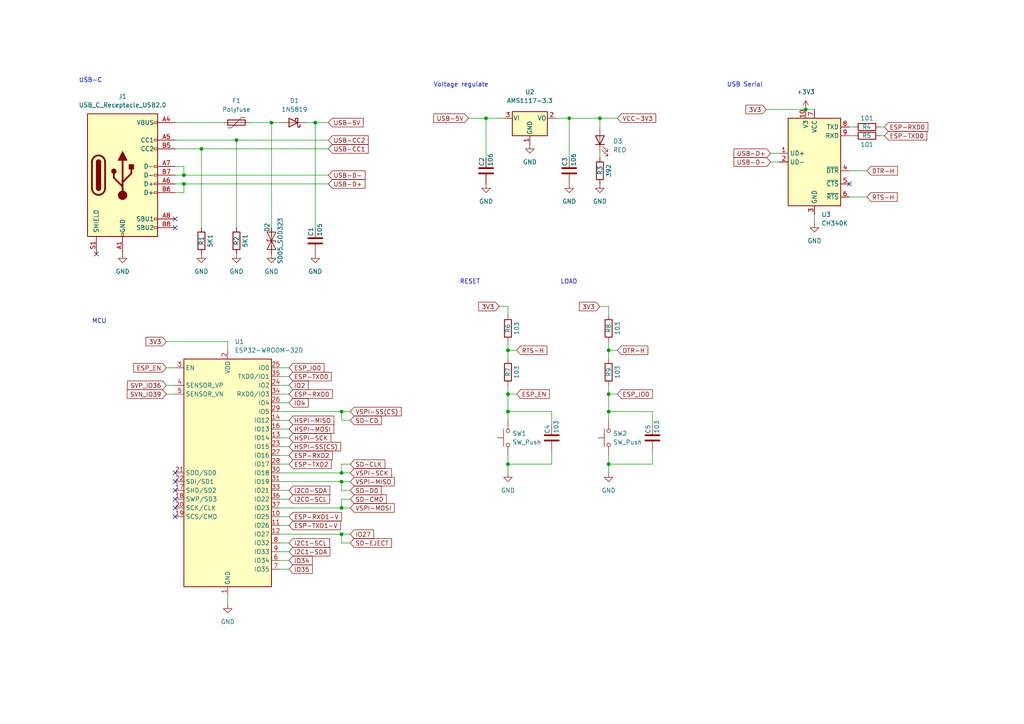
<source format=kicad_sch>
(kicad_sch (version 20211123) (generator eeschema)
  (paper "A4")
  (lib_symbols
    (symbol "Connector:USB_C_Receptacle_USB2.0" (pin_names (offset 1.016))
      (property "Reference" "J" (at -10.16 19.05 0))
      (property "Value" "USB_C_Receptacle_USB2.0" (at 19.05 19.05 0))
      (symbol "USB_C_Receptacle_USB2.0_0_0"
        (rectangle (start -0.254 -17.78) (end 0.254 -16.764))
        (rectangle (start 10.16 -14.986) (end 9.144 -15.494))
        (rectangle (start 10.16 -12.446) (end 9.144 -12.954))
        (rectangle (start 10.16 -4.826) (end 9.144 -5.334))
        (rectangle (start 10.16 -2.286) (end 9.144 -2.794))
        (rectangle (start 10.16 0.254) (end 9.144 -0.254))
        (rectangle (start 10.16 2.794) (end 9.144 2.286))
        (rectangle (start 10.16 7.874) (end 9.144 7.366))
        (rectangle (start 10.16 10.414) (end 9.144 9.906))
        (rectangle (start 10.16 15.494) (end 9.144 14.986))
      )
      (symbol "USB_C_Receptacle_USB2.0_0_1"
        (rectangle (start -10.16 17.78) (end 10.16 -17.78) (stroke (width 0.254)) (fill (type background)))
        (arc (start -8.89 -3.81) (mid -6.985 -5.715) (end -5.08 -3.81) (stroke (width 0.508)))
        (arc (start -7.62 -3.81) (mid -6.985 -4.445) (end -6.35 -3.81) (stroke (width 0.254)))
        (arc (start -7.62 -3.81) (mid -6.985 -4.445) (end -6.35 -3.81) (stroke (width 0.254)) (fill (type outline)))
        (rectangle (start -7.62 -3.81) (end -6.35 3.81) (stroke (width 0.254)) (fill (type outline)))
        (arc (start -6.35 3.81) (mid -6.985 4.445) (end -7.62 3.81) (stroke (width 0.254)))
        (arc (start -6.35 3.81) (mid -6.985 4.445) (end -7.62 3.81) (stroke (width 0.254)) (fill (type outline)))
        (arc (start -5.08 3.81) (mid -6.985 5.715) (end -8.89 3.81) (stroke (width 0.508)))
        (circle (center -2.54 1.143) (radius 0.635) (stroke (width 0.254)) (fill (type outline)))
        (circle (center 0 -5.842) (radius 1.27) (fill (type outline)))
        (polyline (pts (xy -8.89 -3.81) (xy -8.89 3.81)) (stroke (width 0.508)))
        (polyline (pts (xy -5.08 3.81) (xy -5.08 -3.81)) (stroke (width 0.508)))
        (polyline (pts (xy 0 -5.842) (xy 0 4.318)) (stroke (width 0.508)))
        (polyline (pts (xy 0 -3.302) (xy -2.54 -0.762) (xy -2.54 0.508)) (stroke (width 0.508)))
        (polyline (pts (xy 0 -2.032) (xy 2.54 0.508) (xy 2.54 1.778)) (stroke (width 0.508)))
        (polyline (pts (xy -1.27 4.318) (xy 0 6.858) (xy 1.27 4.318) (xy -1.27 4.318)) (stroke (width 0.254)) (fill (type outline)))
        (rectangle (start 1.905 1.778) (end 3.175 3.048) (stroke (width 0.254)) (fill (type outline)))
      )
      (symbol "USB_C_Receptacle_USB2.0_1_1"
        (pin passive line (at 0 -22.86 90) (length 5.08) (name "GND") (number "A1"))
        (pin passive line (at 0 -22.86 90) (length 5.08) hide (name "GND") (number "A12"))
        (pin passive line (at 15.24 15.24 180) (length 5.08) (name "VBUS") (number "A4"))
        (pin bidirectional line (at 15.24 10.16 180) (length 5.08) (name "CC1") (number "A5"))
        (pin bidirectional line (at 15.24 -2.54 180) (length 5.08) (name "D+") (number "A6"))
        (pin bidirectional line (at 15.24 2.54 180) (length 5.08) (name "D-") (number "A7"))
        (pin bidirectional line (at 15.24 -12.7 180) (length 5.08) (name "SBU1") (number "A8"))
        (pin passive line (at 15.24 15.24 180) (length 5.08) hide (name "VBUS") (number "A9"))
        (pin passive line (at 0 -22.86 90) (length 5.08) hide (name "GND") (number "B1"))
        (pin passive line (at 0 -22.86 90) (length 5.08) hide (name "GND") (number "B12"))
        (pin passive line (at 15.24 15.24 180) (length 5.08) hide (name "VBUS") (number "B4"))
        (pin bidirectional line (at 15.24 7.62 180) (length 5.08) (name "CC2") (number "B5"))
        (pin bidirectional line (at 15.24 -5.08 180) (length 5.08) (name "D+") (number "B6"))
        (pin bidirectional line (at 15.24 0 180) (length 5.08) (name "D-") (number "B7"))
        (pin bidirectional line (at 15.24 -15.24 180) (length 5.08) (name "SBU2") (number "B8"))
        (pin passive line (at 15.24 15.24 180) (length 5.08) hide (name "VBUS") (number "B9"))
        (pin passive line (at -7.62 -22.86 90) (length 5.08) (name "SHIELD") (number "S1"))
      )
    )
    (symbol "Device:C" (pin_numbers hide) (pin_names (offset 0.254))
      (property "Reference" "C" (at 0.635 2.54 0))
      (property "Value" "C" (at 0.635 -2.54 0))
      (symbol "C_0_1"
        (polyline (pts (xy -2.032 -0.762) (xy 2.032 -0.762)) (stroke (width 0.508)))
        (polyline (pts (xy -2.032 0.762) (xy 2.032 0.762)) (stroke (width 0.508)))
      )
      (symbol "C_1_1"
        (pin passive line (at 0 3.81 270) (length 2.794) (name "~") (number "1"))
        (pin passive line (at 0 -3.81 90) (length 2.794) (name "~") (number "2"))
      )
    )
    (symbol "Device:LED" (pin_numbers hide) (pin_names (offset 1.016) hide)
      (property "Reference" "D" (at 0 2.54 0))
      (property "Value" "LED" (at 0 -2.54 0))
      (symbol "LED_0_1"
        (polyline (pts (xy -1.27 -1.27) (xy -1.27 1.27)) (stroke (width 0.254)))
        (polyline (pts (xy -1.27 0) (xy 1.27 0)))
        (polyline (pts (xy 1.27 -1.27) (xy 1.27 1.27) (xy -1.27 0) (xy 1.27 -1.27)) (stroke (width 0.254)))
        (polyline (pts (xy -3.048 -0.762) (xy -4.572 -2.286) (xy -3.81 -2.286) (xy -4.572 -2.286) (xy -4.572 -1.524)))
        (polyline (pts (xy -1.778 -0.762) (xy -3.302 -2.286) (xy -2.54 -2.286) (xy -3.302 -2.286) (xy -3.302 -1.524)))
      )
      (symbol "LED_1_1"
        (pin passive line (at -3.81 0 0) (length 2.54) (name "K") (number "1"))
        (pin passive line (at 3.81 0 180) (length 2.54) (name "A") (number "2"))
      )
    )
    (symbol "Device:Polyfuse" (pin_numbers hide) (pin_names (offset 0))
      (property "Reference" "F" (at -2.54 0 90))
      (property "Value" "Polyfuse" (at 2.54 0 90))
      (symbol "Polyfuse_0_1"
        (rectangle (start -0.762 2.54) (end 0.762 -2.54) (stroke (width 0.254)))
        (polyline (pts (xy 0 2.54) (xy 0 -2.54)))
        (polyline (pts (xy -1.524 2.54) (xy -1.524 1.524) (xy 1.524 -1.524) (xy 1.524 -2.54)))
      )
      (symbol "Polyfuse_1_1"
        (pin passive line (at 0 3.81 270) (length 1.27) (name "~") (number "1"))
        (pin passive line (at 0 -3.81 90) (length 1.27) (name "~") (number "2"))
      )
    )
    (symbol "Device:R" (pin_numbers hide) (pin_names (offset 0))
      (property "Reference" "R" (at 2.032 0 90))
      (property "Value" "R" (at 0 0 90))
      (symbol "R_0_1"
        (rectangle (start -1.016 -2.54) (end 1.016 2.54) (stroke (width 0.254)))
      )
      (symbol "R_1_1"
        (pin passive line (at 0 3.81 270) (length 1.27) (name "~") (number "1"))
        (pin passive line (at 0 -3.81 90) (length 1.27) (name "~") (number "2"))
      )
    )
    (symbol "Diode:1N5819" (pin_numbers hide) (pin_names (offset 1.016) hide)
      (property "Reference" "D" (at 0 2.54 0))
      (property "Value" "1N5819" (at 0 -2.54 0))
      (symbol "1N5819_0_1"
        (polyline (pts (xy 1.27 0) (xy -1.27 0)))
        (polyline (pts (xy 1.27 1.27) (xy 1.27 -1.27) (xy -1.27 0) (xy 1.27 1.27)) (stroke (width 0.254)))
        (polyline (pts (xy -1.905 0.635) (xy -1.905 1.27) (xy -1.27 1.27) (xy -1.27 -1.27) (xy -0.635 -1.27) (xy -0.635 -0.635)) (stroke (width 0.254)))
      )
      (symbol "1N5819_1_1"
        (pin passive line (at -3.81 0 0) (length 2.54) (name "K") (number "1"))
        (pin passive line (at 3.81 0 180) (length 2.54) (name "A") (number "2"))
      )
    )
    (symbol "Diode:SD05_SOD323" (pin_numbers hide) (pin_names (offset 1.016) hide)
      (property "Reference" "D" (at 0 2.54 0))
      (property "Value" "SD05_SOD323" (at 0 -2.54 0))
      (symbol "SD05_SOD323_0_1"
        (polyline (pts (xy 1.27 0) (xy -1.27 0)))
        (polyline (pts (xy -2.54 -1.27) (xy 0 0) (xy -2.54 1.27) (xy -2.54 -1.27)) (stroke (width 0.2032)))
        (polyline (pts (xy 0.508 1.27) (xy 0 1.27) (xy 0 -1.27) (xy -0.508 -1.27)) (stroke (width 0.2032)))
        (polyline (pts (xy 2.54 1.27) (xy 2.54 -1.27) (xy 0 0) (xy 2.54 1.27)) (stroke (width 0.2032)))
      )
      (symbol "SD05_SOD323_1_1"
        (pin passive line (at -3.81 0 0) (length 2.54) (name "A1") (number "1"))
        (pin passive line (at 3.81 0 180) (length 2.54) (name "A2") (number "2"))
      )
    )
    (symbol "Interface_USB:CH340K"
      (property "Reference" "U" (at -5.08 13.97 0))
      (property "Value" "CH340K" (at 1.27 13.97 0))
      (symbol "CH340K_0_1"
        (rectangle (start -7.62 12.7) (end 7.62 -12.7) (stroke (width 0.254)) (fill (type background)))
      )
      (symbol "CH340K_1_1"
        (pin bidirectional line (at -10.16 2.54 0) (length 2.54) (name "UD+") (number "1"))
        (pin passive line (at -2.54 15.24 270) (length 2.54) (name "V3") (number "10"))
        (pin bidirectional line (at -10.16 0 0) (length 2.54) (name "UD-") (number "2"))
        (pin power_in line (at 0 -15.24 90) (length 2.54) (name "GND") (number "3"))
        (pin output line (at 10.16 -2.54 180) (length 2.54) (name "~{DTR}") (number "4"))
        (pin input line (at 10.16 -6.35 180) (length 2.54) (name "~{CTS}") (number "5"))
        (pin output line (at 10.16 -10.16 180) (length 2.54) (name "~{RTS}") (number "6"))
        (pin power_in line (at 0 15.24 270) (length 2.54) (name "VCC") (number "7"))
        (pin output line (at 10.16 10.16 180) (length 2.54) (name "TXD") (number "8"))
        (pin input line (at 10.16 7.62 180) (length 2.54) (name "RXD") (number "9"))
      )
    )
    (symbol "RF_Module:ESP32-WROOM-32D"
      (property "Reference" "U" (at -12.7 34.29 0))
      (property "Value" "ESP32-WROOM-32D" (at 1.27 34.29 0))
      (symbol "ESP32-WROOM-32D_0_1"
        (rectangle (start -12.7 33.02) (end 12.7 -33.02) (stroke (width 0.254)) (fill (type background)))
      )
      (symbol "ESP32-WROOM-32D_1_1"
        (pin power_in line (at 0 -35.56 90) (length 2.54) (name "GND") (number "1"))
        (pin bidirectional line (at 15.24 -12.7 180) (length 2.54) (name "IO25") (number "10"))
        (pin bidirectional line (at 15.24 -15.24 180) (length 2.54) (name "IO26") (number "11"))
        (pin bidirectional line (at 15.24 -17.78 180) (length 2.54) (name "IO27") (number "12"))
        (pin bidirectional line (at 15.24 10.16 180) (length 2.54) (name "IO14") (number "13"))
        (pin bidirectional line (at 15.24 15.24 180) (length 2.54) (name "IO12") (number "14"))
        (pin passive line (at 0 -35.56 90) (length 2.54) hide (name "GND") (number "15"))
        (pin bidirectional line (at 15.24 12.7 180) (length 2.54) (name "IO13") (number "16"))
        (pin bidirectional line (at -15.24 -5.08 0) (length 2.54) (name "SHD/SD2") (number "17"))
        (pin bidirectional line (at -15.24 -7.62 0) (length 2.54) (name "SWP/SD3") (number "18"))
        (pin bidirectional line (at -15.24 -12.7 0) (length 2.54) (name "SCS/CMD") (number "19"))
        (pin power_in line (at 0 35.56 270) (length 2.54) (name "VDD") (number "2"))
        (pin bidirectional line (at -15.24 -10.16 0) (length 2.54) (name "SCK/CLK") (number "20"))
        (pin bidirectional line (at -15.24 0 0) (length 2.54) (name "SDO/SD0") (number "21"))
        (pin bidirectional line (at -15.24 -2.54 0) (length 2.54) (name "SDI/SD1") (number "22"))
        (pin bidirectional line (at 15.24 7.62 180) (length 2.54) (name "IO15") (number "23"))
        (pin bidirectional line (at 15.24 25.4 180) (length 2.54) (name "IO2") (number "24"))
        (pin bidirectional line (at 15.24 30.48 180) (length 2.54) (name "IO0") (number "25"))
        (pin bidirectional line (at 15.24 20.32 180) (length 2.54) (name "IO4") (number "26"))
        (pin bidirectional line (at 15.24 5.08 180) (length 2.54) (name "IO16") (number "27"))
        (pin bidirectional line (at 15.24 2.54 180) (length 2.54) (name "IO17") (number "28"))
        (pin bidirectional line (at 15.24 17.78 180) (length 2.54) (name "IO5") (number "29"))
        (pin input line (at -15.24 30.48 0) (length 2.54) (name "EN") (number "3"))
        (pin bidirectional line (at 15.24 0 180) (length 2.54) (name "IO18") (number "30"))
        (pin bidirectional line (at 15.24 -2.54 180) (length 2.54) (name "IO19") (number "31"))
        (pin no_connect line (at -12.7 -27.94 0) (length 2.54) hide (name "NC") (number "32"))
        (pin bidirectional line (at 15.24 -5.08 180) (length 2.54) (name "IO21") (number "33"))
        (pin bidirectional line (at 15.24 22.86 180) (length 2.54) (name "RXD0/IO3") (number "34"))
        (pin bidirectional line (at 15.24 27.94 180) (length 2.54) (name "TXD0/IO1") (number "35"))
        (pin bidirectional line (at 15.24 -7.62 180) (length 2.54) (name "IO22") (number "36"))
        (pin bidirectional line (at 15.24 -10.16 180) (length 2.54) (name "IO23") (number "37"))
        (pin passive line (at 0 -35.56 90) (length 2.54) hide (name "GND") (number "38"))
        (pin passive line (at 0 -35.56 90) (length 2.54) hide (name "GND") (number "39"))
        (pin input line (at -15.24 25.4 0) (length 2.54) (name "SENSOR_VP") (number "4"))
        (pin input line (at -15.24 22.86 0) (length 2.54) (name "SENSOR_VN") (number "5"))
        (pin input line (at 15.24 -25.4 180) (length 2.54) (name "IO34") (number "6"))
        (pin input line (at 15.24 -27.94 180) (length 2.54) (name "IO35") (number "7"))
        (pin bidirectional line (at 15.24 -20.32 180) (length 2.54) (name "IO32") (number "8"))
        (pin bidirectional line (at 15.24 -22.86 180) (length 2.54) (name "IO33") (number "9"))
      )
    )
    (symbol "Regulator_Linear:AMS1117-3.3" (pin_names (offset 0.254))
      (property "Reference" "U" (at -3.81 3.175 0))
      (property "Value" "AMS1117-3.3" (at 0 3.175 0))
      (symbol "AMS1117-3.3_0_1"
        (rectangle (start -5.08 -5.08) (end 5.08 1.905) (stroke (width 0.254)) (fill (type background)))
      )
      (symbol "AMS1117-3.3_1_1"
        (pin power_in line (at 0 -7.62 90) (length 2.54) (name "GND") (number "1"))
        (pin power_out line (at 7.62 0 180) (length 2.54) (name "VO") (number "2"))
        (pin power_in line (at -7.62 0 0) (length 2.54) (name "VI") (number "3"))
      )
    )
    (symbol "Switch:SW_Push" (pin_numbers hide) (pin_names (offset 1.016) hide)
      (property "Reference" "SW" (at 1.27 2.54 0))
      (property "Value" "SW_Push" (at 0 -1.524 0))
      (symbol "SW_Push_0_1"
        (circle (center -2.032 0) (radius 0.508))
        (polyline (pts (xy 0 1.27) (xy 0 3.048)))
        (polyline (pts (xy 2.54 1.27) (xy -2.54 1.27)))
        (circle (center 2.032 0) (radius 0.508))
        (pin passive line (at -5.08 0 0) (length 2.54) (name "1") (number "1"))
        (pin passive line (at 5.08 0 180) (length 2.54) (name "2") (number "2"))
      )
    )
    (symbol "power:+3.3V" (power) (pin_names (offset 0))
      (property "Value" "+3.3V" (at 0 3.556 0))
      (symbol "+3.3V_0_1"
        (polyline (pts (xy -0.762 1.27) (xy 0 2.54)))
        (polyline (pts (xy 0 0) (xy 0 2.54)))
        (polyline (pts (xy 0 2.54) (xy 0.762 1.27)))
      )
      (symbol "+3.3V_1_1"
        (pin power_in line (at 0 0 90) (length 0) hide (name "+3V3") (number "1"))
      )
    )
    (symbol "power:GND" (power) (pin_names (offset 0))
      (property "Value" "GND" (at 0 -3.81 0))
      (symbol "GND_0_1"
        (polyline (pts (xy 0 0) (xy 0 -1.27) (xy 1.27 -1.27) (xy 0 -2.54) (xy -1.27 -1.27) (xy 0 -1.27)))
      )
      (symbol "GND_1_1"
        (pin power_in line (at 0 0 270) (length 0) hide (name "GND") (number "1"))
      )
    )
  )
  (junction (at 58.42 43.18))
  (junction (at 99.06 137.16))
  (junction (at 176.53 119.38))
  (junction (at 99.06 139.7))
  (junction (at 78.74 35.56))
  (junction (at 147.32 134.62))
  (junction (at 99.06 147.32))
  (junction (at 140.97 34.29))
  (junction (at 99.06 154.94))
  (junction (at 53.34 53.34))
  (junction (at 91.44 35.56))
  (junction (at 176.53 101.6))
  (junction (at 233.68 31.75))
  (junction (at 99.06 119.38))
  (junction (at 173.99 34.29))
  (junction (at 176.53 114.3))
  (junction (at 147.32 114.3))
  (junction (at 176.53 134.62))
  (junction (at 147.32 101.6))
  (junction (at 165.1 34.29))
  (junction (at 68.58 40.64))
  (junction (at 53.34 50.8))
  (junction (at 147.32 119.38))
  (no_connect (at 27.94 73.66))
  (no_connect (at 50.8 137.16))
  (no_connect (at 246.38 53.34))
  (no_connect (at 50.8 63.5))
  (no_connect (at 50.8 66.04))
  (no_connect (at 50.8 144.78))
  (no_connect (at 50.8 142.24))
  (no_connect (at 50.8 149.86))
  (no_connect (at 50.8 139.7))
  (no_connect (at 50.8 147.32))
  (wire (pts (xy 165.1 34.29) (xy 173.99 34.29)))
  (wire (pts (xy 53.34 50.8) (xy 95.25 50.8)))
  (wire (pts (xy 81.28 129.54) (xy 83.82 129.54)))
  (wire (pts (xy 81.28 109.22) (xy 83.82 109.22)))
  (wire (pts (xy 81.28 149.86) (xy 83.82 149.86)))
  (wire (pts (xy 72.39 35.56) (xy 78.74 35.56)))
  (wire (pts (xy 176.53 88.9) (xy 176.53 91.44)))
  (wire (pts (xy 91.44 35.56) (xy 95.25 35.56)))
  (wire (pts (xy 81.28 144.78) (xy 83.82 144.78)))
  (wire (pts (xy 81.28 147.32) (xy 99.06 147.32)))
  (wire (pts (xy 147.32 101.6) (xy 149.86 101.6)))
  (wire (pts (xy 176.53 134.62) (xy 176.53 137.16)))
  (wire (pts (xy 165.1 34.29) (xy 165.1 45.72)))
  (wire (pts (xy 173.99 34.29) (xy 179.07 34.29)))
  (wire (pts (xy 99.06 121.92) (xy 99.06 119.38)))
  (wire (pts (xy 50.8 35.56) (xy 64.77 35.56)))
  (wire (pts (xy 189.23 123.19) (xy 189.23 119.38)))
  (wire (pts (xy 78.74 35.56) (xy 78.74 66.04)))
  (wire (pts (xy 99.06 142.24) (xy 99.06 139.7)))
  (wire (pts (xy 147.32 119.38) (xy 147.32 121.92)))
  (wire (pts (xy 101.6 121.92) (xy 99.06 121.92)))
  (wire (pts (xy 101.6 144.78) (xy 99.06 144.78)))
  (wire (pts (xy 58.42 43.18) (xy 58.42 66.04)))
  (wire (pts (xy 173.99 44.45) (xy 173.99 45.72)))
  (wire (pts (xy 68.58 40.64) (xy 95.25 40.64)))
  (wire (pts (xy 48.26 114.3) (xy 50.8 114.3)))
  (wire (pts (xy 81.28 142.24) (xy 83.82 142.24)))
  (wire (pts (xy 173.99 34.29) (xy 173.99 36.83)))
  (wire (pts (xy 99.06 147.32) (xy 101.6 147.32)))
  (wire (pts (xy 246.38 49.53) (xy 251.46 49.53)))
  (wire (pts (xy 176.53 101.6) (xy 176.53 104.14)))
  (wire (pts (xy 81.28 139.7) (xy 99.06 139.7)))
  (wire (pts (xy 50.8 43.18) (xy 58.42 43.18)))
  (wire (pts (xy 246.38 57.15) (xy 251.46 57.15)))
  (wire (pts (xy 160.02 123.19) (xy 160.02 119.38)))
  (wire (pts (xy 53.34 48.26) (xy 53.34 50.8)))
  (wire (pts (xy 147.32 101.6) (xy 147.32 104.14)))
  (wire (pts (xy 81.28 132.08) (xy 83.82 132.08)))
  (wire (pts (xy 81.28 154.94) (xy 99.06 154.94)))
  (wire (pts (xy 135.89 34.29) (xy 140.97 34.29)))
  (wire (pts (xy 176.53 101.6) (xy 179.07 101.6)))
  (wire (pts (xy 176.53 119.38) (xy 176.53 121.92)))
  (wire (pts (xy 81.28 124.46) (xy 83.82 124.46)))
  (wire (pts (xy 81.28 157.48) (xy 83.82 157.48)))
  (wire (pts (xy 81.28 119.38) (xy 99.06 119.38)))
  (wire (pts (xy 176.53 114.3) (xy 179.07 114.3)))
  (wire (pts (xy 68.58 40.64) (xy 68.58 66.04)))
  (wire (pts (xy 147.32 132.08) (xy 147.32 134.62)))
  (wire (pts (xy 147.32 114.3) (xy 149.86 114.3)))
  (wire (pts (xy 236.22 62.23) (xy 236.22 64.77)))
  (wire (pts (xy 223.52 46.99) (xy 226.06 46.99)))
  (wire (pts (xy 101.6 142.24) (xy 99.06 142.24)))
  (wire (pts (xy 53.34 50.8) (xy 50.8 50.8)))
  (wire (pts (xy 81.28 160.02) (xy 83.82 160.02)))
  (wire (pts (xy 99.06 139.7) (xy 101.6 139.7)))
  (wire (pts (xy 147.32 114.3) (xy 147.32 119.38)))
  (wire (pts (xy 147.32 111.76) (xy 147.32 114.3)))
  (wire (pts (xy 48.26 106.68) (xy 50.8 106.68)))
  (wire (pts (xy 99.06 134.62) (xy 99.06 137.16)))
  (wire (pts (xy 101.6 134.62) (xy 99.06 134.62)))
  (wire (pts (xy 147.32 88.9) (xy 147.32 91.44)))
  (wire (pts (xy 53.34 53.34) (xy 95.25 53.34)))
  (wire (pts (xy 50.8 48.26) (xy 53.34 48.26)))
  (wire (pts (xy 48.26 111.76) (xy 50.8 111.76)))
  (wire (pts (xy 53.34 55.88) (xy 50.8 55.88)))
  (wire (pts (xy 176.53 132.08) (xy 176.53 134.62)))
  (wire (pts (xy 147.32 134.62) (xy 147.32 137.16)))
  (wire (pts (xy 176.53 111.76) (xy 176.53 114.3)))
  (wire (pts (xy 50.8 40.64) (xy 68.58 40.64)))
  (wire (pts (xy 160.02 119.38) (xy 147.32 119.38)))
  (wire (pts (xy 255.27 36.83) (xy 256.54 36.83)))
  (wire (pts (xy 161.29 34.29) (xy 165.1 34.29)))
  (wire (pts (xy 53.34 53.34) (xy 53.34 55.88)))
  (wire (pts (xy 223.52 44.45) (xy 226.06 44.45)))
  (wire (pts (xy 88.9 35.56) (xy 91.44 35.56)))
  (wire (pts (xy 50.8 53.34) (xy 53.34 53.34)))
  (wire (pts (xy 81.28 116.84) (xy 83.82 116.84)))
  (wire (pts (xy 81.28 106.68) (xy 83.82 106.68)))
  (wire (pts (xy 66.04 99.06) (xy 66.04 101.6)))
  (wire (pts (xy 99.06 144.78) (xy 99.06 147.32)))
  (wire (pts (xy 144.78 88.9) (xy 147.32 88.9)))
  (wire (pts (xy 99.06 119.38) (xy 101.6 119.38)))
  (wire (pts (xy 81.28 137.16) (xy 99.06 137.16)))
  (wire (pts (xy 78.74 35.56) (xy 81.28 35.56)))
  (wire (pts (xy 48.26 99.06) (xy 66.04 99.06)))
  (wire (pts (xy 91.44 35.56) (xy 91.44 66.04)))
  (wire (pts (xy 99.06 137.16) (xy 101.6 137.16)))
  (wire (pts (xy 140.97 34.29) (xy 140.97 45.72)))
  (wire (pts (xy 160.02 130.81) (xy 160.02 134.62)))
  (wire (pts (xy 222.25 31.75) (xy 233.68 31.75)))
  (wire (pts (xy 147.32 99.06) (xy 147.32 101.6)))
  (wire (pts (xy 81.28 165.1) (xy 83.82 165.1)))
  (wire (pts (xy 255.27 39.37) (xy 256.54 39.37)))
  (wire (pts (xy 176.53 114.3) (xy 176.53 119.38)))
  (wire (pts (xy 173.99 88.9) (xy 176.53 88.9)))
  (wire (pts (xy 81.28 111.76) (xy 83.82 111.76)))
  (wire (pts (xy 81.28 114.3) (xy 83.82 114.3)))
  (wire (pts (xy 81.28 134.62) (xy 83.82 134.62)))
  (wire (pts (xy 233.68 31.75) (xy 236.22 31.75)))
  (wire (pts (xy 81.28 127) (xy 83.82 127)))
  (wire (pts (xy 99.06 157.48) (xy 99.06 154.94)))
  (wire (pts (xy 58.42 43.18) (xy 95.25 43.18)))
  (wire (pts (xy 246.38 36.83) (xy 247.65 36.83)))
  (wire (pts (xy 160.02 134.62) (xy 147.32 134.62)))
  (wire (pts (xy 99.06 154.94) (xy 101.6 154.94)))
  (wire (pts (xy 176.53 99.06) (xy 176.53 101.6)))
  (wire (pts (xy 140.97 34.29) (xy 146.05 34.29)))
  (wire (pts (xy 189.23 119.38) (xy 176.53 119.38)))
  (wire (pts (xy 81.28 152.4) (xy 83.82 152.4)))
  (wire (pts (xy 246.38 39.37) (xy 247.65 39.37)))
  (wire (pts (xy 81.28 162.56) (xy 83.82 162.56)))
  (wire (pts (xy 81.28 121.92) (xy 83.82 121.92)))
  (wire (pts (xy 101.6 157.48) (xy 99.06 157.48)))
  (wire (pts (xy 189.23 134.62) (xy 176.53 134.62)))
  (wire (pts (xy 66.04 172.72) (xy 66.04 175.26)))
  (wire (pts (xy 189.23 130.81) (xy 189.23 134.62)))
  (text "USB-C" (at 22.86 24.13 0) (effects (font (size 1.27 1.27)) (justify left bottom)))
  (text "MCU" (at 26.67 93.98 0) (effects (font (size 1.27 1.27)) (justify left bottom)))
  (text "LOAD" (at 162.56 82.55 0) (effects (font (size 1.27 1.27)) (justify left bottom)))
  (text "Voltage regulate" (at 125.73 25.4 0) (effects (font (size 1.27 1.27)) (justify left bottom)))
  (text "USB Serial" (at 210.82 25.4 0) (effects (font (size 1.27 1.27)) (justify left bottom)))
  (text "RESET" (at 133.35 82.55 0) (effects (font (size 1.27 1.27)) (justify left bottom)))
  (global_label "SD-D0" (shape input) (at 101.6 142.24 0) (property "シート間のリファレンス" "${INTERSHEET_REFS}" (effects hide)))
  (global_label "VSPI-SS(CS)" (shape input) (at 101.6 119.38 0) (property "シート間のリファレンス" "${INTERSHEET_REFS}" (effects hide)))
  (global_label "3V3" (shape input) (at 48.26 99.06 180) (property "シート間のリファレンス" "${INTERSHEET_REFS}" (effects hide)))
  (global_label "SD-CLK" (shape input) (at 101.6 134.62 0) (property "シート間のリファレンス" "${INTERSHEET_REFS}" (effects hide)))
  (global_label "RTS-H" (shape input) (at 149.86 101.6 0) (property "シート間のリファレンス" "${INTERSHEET_REFS}" (effects hide)))
  (global_label "HSPI-SCK" (shape input) (at 83.82 127 0) (property "シート間のリファレンス" "${INTERSHEET_REFS}" (effects hide)))
  (global_label "ESP-TXD2" (shape input) (at 83.82 134.62 0) (property "シート間のリファレンス" "${INTERSHEET_REFS}" (effects hide)))
  (global_label "VSPI-MISO" (shape input) (at 101.6 139.7 0) (property "シート間のリファレンス" "${INTERSHEET_REFS}" (effects hide)))
  (global_label "ESP_IO0" (shape input) (at 179.07 114.3 0) (property "シート間のリファレンス" "${INTERSHEET_REFS}" (effects hide)))
  (global_label "IO2" (shape input) (at 83.82 111.76 0) (property "シート間のリファレンス" "${INTERSHEET_REFS}" (effects hide)))
  (global_label "ESP-TXD0" (shape input) (at 83.82 109.22 0) (property "シート間のリファレンス" "${INTERSHEET_REFS}" (effects hide)))
  (global_label "USB-CC2" (shape input) (at 95.25 40.64 0) (property "シート間のリファレンス" "${INTERSHEET_REFS}" (effects hide)))
  (global_label "USB-D+" (shape input) (at 223.52 44.45 180) (property "シート間のリファレンス" "${INTERSHEET_REFS}" (effects hide)))
  (global_label "ESP-RXD0" (shape input) (at 256.54 36.83 0) (property "シート間のリファレンス" "${INTERSHEET_REFS}" (effects hide)))
  (global_label "VSPI-SCK" (shape input) (at 101.6 137.16 0) (property "シート間のリファレンス" "${INTERSHEET_REFS}" (effects hide)))
  (global_label "ESP-TXD0" (shape input) (at 256.54 39.37 0) (property "シート間のリファレンス" "${INTERSHEET_REFS}" (effects hide)))
  (global_label "USB-D-" (shape input) (at 95.25 50.8 0) (property "シート間のリファレンス" "${INTERSHEET_REFS}" (effects hide)))
  (global_label "DTR-H" (shape input) (at 179.07 101.6 0) (property "シート間のリファレンス" "${INTERSHEET_REFS}" (effects hide)))
  (global_label "IO4" (shape input) (at 83.82 116.84 0) (property "シート間のリファレンス" "${INTERSHEET_REFS}" (effects hide)))
  (global_label "SD-CD" (shape input) (at 101.6 121.92 0) (property "シート間のリファレンス" "${INTERSHEET_REFS}" (effects hide)))
  (global_label "USB-5V" (shape input) (at 95.25 35.56 0) (property "シート間のリファレンス" "${INTERSHEET_REFS}" (effects hide)))
  (global_label "HSPI-MOSI" (shape input) (at 83.82 124.46 0) (property "シート間のリファレンス" "${INTERSHEET_REFS}" (effects hide)))
  (global_label "SD-EJECT" (shape input) (at 101.6 157.48 0) (property "シート間のリファレンス" "${INTERSHEET_REFS}" (effects hide)))
  (global_label "ESP-TXD1-V" (shape input) (at 83.82 152.4 0) (property "シート間のリファレンス" "${INTERSHEET_REFS}" (effects hide)))
  (global_label "ESP-RXD1-V" (shape input) (at 83.82 149.86 0) (property "シート間のリファレンス" "${INTERSHEET_REFS}" (effects hide)))
  (global_label "SVN_IO39" (shape input) (at 48.26 114.3 180) (property "シート間のリファレンス" "${INTERSHEET_REFS}" (effects hide)))
  (global_label "VCC-3V3" (shape input) (at 179.07 34.29 0) (property "シート間のリファレンス" "${INTERSHEET_REFS}" (effects hide)))
  (global_label "IO27" (shape input) (at 101.6 154.94 0) (property "シート間のリファレンス" "${INTERSHEET_REFS}" (effects hide)))
  (global_label "USB-5V" (shape input) (at 135.89 34.29 180) (property "シート間のリファレンス" "${INTERSHEET_REFS}" (effects hide)))
  (global_label "I2C0-SCL" (shape input) (at 83.82 144.78 0) (property "シート間のリファレンス" "${INTERSHEET_REFS}" (effects hide)))
  (global_label "ESP_IO0" (shape input) (at 83.82 106.68 0) (property "シート間のリファレンス" "${INTERSHEET_REFS}" (effects hide)))
  (global_label "ESP_EN" (shape input) (at 149.86 114.3 0) (property "シート間のリファレンス" "${INTERSHEET_REFS}" (effects hide)))
  (global_label "USB-D-" (shape input) (at 223.52 46.99 180) (property "シート間のリファレンス" "${INTERSHEET_REFS}" (effects hide)))
  (global_label "I2C1-SDA" (shape input) (at 83.82 160.02 0) (property "シート間のリファレンス" "${INTERSHEET_REFS}" (effects hide)))
  (global_label "IO35" (shape input) (at 83.82 165.1 0) (property "シート間のリファレンス" "${INTERSHEET_REFS}" (effects hide)))
  (global_label "HSPI-SS(CS)" (shape input) (at 83.82 129.54 0) (property "シート間のリファレンス" "${INTERSHEET_REFS}" (effects hide)))
  (global_label "VSPI-MOSI" (shape input) (at 101.6 147.32 0) (property "シート間のリファレンス" "${INTERSHEET_REFS}" (effects hide)))
  (global_label "SVP_IO36" (shape input) (at 48.26 111.76 180) (property "シート間のリファレンス" "${INTERSHEET_REFS}" (effects hide)))
  (global_label "IO34" (shape input) (at 83.82 162.56 0) (property "シート間のリファレンス" "${INTERSHEET_REFS}" (effects hide)))
  (global_label "3V3" (shape input) (at 222.25 31.75 180) (property "シート間のリファレンス" "${INTERSHEET_REFS}" (effects hide)))
  (global_label "ESP_EN" (shape input) (at 48.26 106.68 180) (property "シート間のリファレンス" "${INTERSHEET_REFS}" (effects hide)))
  (global_label "I2C1-SCL" (shape input) (at 83.82 157.48 0) (property "シート間のリファレンス" "${INTERSHEET_REFS}" (effects hide)))
  (global_label "ESP-RXD0" (shape input) (at 83.82 114.3 0) (property "シート間のリファレンス" "${INTERSHEET_REFS}" (effects hide)))
  (global_label "DTR-H" (shape input) (at 251.46 49.53 0) (property "シート間のリファレンス" "${INTERSHEET_REFS}" (effects hide)))
  (global_label "3V3" (shape input) (at 144.78 88.9 180) (property "シート間のリファレンス" "${INTERSHEET_REFS}" (effects hide)))
  (global_label "I2C0-SDA" (shape input) (at 83.82 142.24 0) (property "シート間のリファレンス" "${INTERSHEET_REFS}" (effects hide)))
  (global_label "HSPI-MISO" (shape input) (at 83.82 121.92 0) (property "シート間のリファレンス" "${INTERSHEET_REFS}" (effects hide)))
  (global_label "USB-D+" (shape input) (at 95.25 53.34 0) (property "シート間のリファレンス" "${INTERSHEET_REFS}" (effects hide)))
  (global_label "ESP-RXD2" (shape input) (at 83.82 132.08 0) (property "シート間のリファレンス" "${INTERSHEET_REFS}" (effects hide)))
  (global_label "RTS-H" (shape input) (at 251.46 57.15 0) (property "シート間のリファレンス" "${INTERSHEET_REFS}" (effects hide)))
  (global_label "USB-CC1" (shape input) (at 95.25 43.18 0) (property "シート間のリファレンス" "${INTERSHEET_REFS}" (effects hide)))
  (global_label "3V3" (shape input) (at 173.99 88.9 180) (property "シート間のリファレンス" "${INTERSHEET_REFS}" (effects hide)))
  (global_label "SD-CMD" (shape input) (at 101.6 144.78 0) (property "シート間のリファレンス" "${INTERSHEET_REFS}" (effects hide)))
  (symbol (lib_id "power:GND") (at 68.58 73.66 0) (unit 1)
    (property "Reference" "#PWR03" (effects hide))
    (property "Value" "GND" (at 68.58 78.74 0))
  )
  (symbol (lib_id "Diode:1N5819") (at 85.09 35.56 180) (unit 1)
    (property "Reference" "D1" (at 85.4075 29.21 0))
    (property "Value" "1N5819" (at 85.4075 31.75 0))
    (property "Footprint" "Diode_SMD:D_0603_1608Metric_Pad1.05x0.95mm_HandSolder" (effects hide))
    (property "Datasheet" "http://www.vishay.com/docs/88525/1n5817.pdf" (effects hide))
  )
  (symbol (lib_id "power:GND") (at 176.53 137.16 0) (unit 1)
    (property "Reference" "#PWR012" (effects hide))
    (property "Value" "GND" (at 176.53 142.24 0))
  )
  (symbol (lib_id "power:+3.3V") (at 233.68 31.75 0) (unit 1)
    (property "Reference" "#PWR023" (effects hide))
    (property "Value" "+3.3V" (at 233.68 26.67 0))
  )
  (symbol (lib_id "power:GND") (at 91.44 73.66 0) (unit 1)
    (property "Reference" "#PWR05" (effects hide))
    (property "Value" "GND" (at 91.44 78.74 0))
  )
  (symbol (lib_id "Device:R") (at 68.58 69.85 0) (unit 1)
    (property "Reference" "R2" (at 68.58 69.85 90))
    (property "Value" "5K1" (at 71.12 69.85 90))
    (property "Footprint" "Resistor_SMD:R_0603_1608Metric_Pad0.98x0.95mm_HandSolder" (effects hide))
  )
  (symbol (lib_id "power:GND") (at 153.67 41.91 0) (unit 1)
    (property "Reference" "#PWR06" (effects hide))
    (property "Value" "GND" (at 153.67 46.99 0))
  )
  (symbol (lib_id "Device:C") (at 165.1 49.53 0) (unit 1)
    (property "Reference" "C3" (at 163.83 48.26 90) (effects (justify left)))
    (property "Value" "106" (at 166.37 48.26 90) (effects (justify left)))
    (property "Footprint" "Capacitor_SMD:C_0805_2012Metric_Pad1.18x1.45mm_HandSolder" (effects hide))
  )
  (symbol (lib_id "Device:R") (at 173.99 49.53 0) (unit 1)
    (property "Reference" "R3" (at 173.99 50.8 90) (effects (justify left)))
    (property "Value" "392" (at 176.53 49.53 90))
    (property "Footprint" "Resistor_SMD:R_0603_1608Metric_Pad0.98x0.95mm_HandSolder" (effects hide))
  )
  (symbol (lib_id "Device:R") (at 251.46 36.83 90) (unit 1)
    (property "Reference" "R4" (at 252.73 36.83 90) (effects (justify left)))
    (property "Value" "101" (at 251.46 34.29 90))
    (property "Footprint" "Resistor_SMD:R_0603_1608Metric_Pad0.98x0.95mm_HandSolder" (effects hide))
  )
  (symbol (lib_id "power:GND") (at 66.04 175.26 0) (unit 1)
    (property "Reference" "#PWR013" (effects hide))
    (property "Value" "GND" (at 66.04 180.34 0))
  )
  (symbol (lib_id "Device:R") (at 147.32 95.25 0) (unit 1)
    (property "Reference" "R6" (at 147.32 95.25 90))
    (property "Value" "103" (at 149.86 95.25 90))
    (property "Footprint" "Resistor_SMD:R_0603_1608Metric_Pad0.98x0.95mm_HandSolder" (effects hide))
  )
  (symbol (lib_id "Device:C") (at 91.44 69.85 0) (unit 1)
    (property "Reference" "C1" (at 90.17 68.58 90) (effects (justify left)))
    (property "Value" "105" (at 92.71 68.58 90) (effects (justify left)))
    (property "Footprint" "Capacitor_SMD:C_0603_1608Metric_Pad1.08x0.95mm_HandSolder" (effects hide))
  )
  (symbol (lib_id "Device:R") (at 147.32 107.95 0) (unit 1)
    (property "Reference" "R7" (at 147.32 107.95 90))
    (property "Value" "103" (at 149.86 107.95 90))
    (property "Footprint" "Resistor_SMD:R_0603_1608Metric_Pad0.98x0.95mm_HandSolder" (effects hide))
  )
  (symbol (lib_id "power:GND") (at 35.56 73.66 0) (unit 1)
    (property "Reference" "#PWR01" (effects hide))
    (property "Value" "GND" (at 35.56 78.74 0))
  )
  (symbol (lib_id "Device:LED") (at 173.99 40.64 90) (unit 1)
    (property "Reference" "D3" (at 177.8 40.9574 90) (effects (justify right)))
    (property "Value" "RED" (at 177.8 43.4974 90) (effects (justify right)))
    (property "Footprint" "LED_SMD:LED_0603_1608Metric_Pad1.05x0.95mm_HandSolder" (effects hide))
  )
  (symbol (lib_id "Switch:SW_Push") (at 147.32 127 90) (unit 1)
    (property "Reference" "SW1" (at 148.59 125.7299 90) (effects (justify right)))
    (property "Value" "SW_Push" (at 148.59 128.2699 90) (effects (justify right)))
    (property "Footprint" "Button_Switch_SMD:SW_SPST_CK_RS282G05A3" (effects hide))
  )
  (symbol (lib_id "power:GND") (at 165.1 53.34 0) (unit 1)
    (property "Reference" "#PWR08" (effects hide))
    (property "Value" "GND" (at 165.1 58.42 0))
  )
  (symbol (lib_id "power:GND") (at 58.42 73.66 0) (unit 1)
    (property "Reference" "#PWR02" (effects hide))
    (property "Value" "GND" (at 58.42 78.74 0))
  )
  (symbol (lib_id "Connector:USB_C_Receptacle_USB2.0") (at 35.56 50.8 0) (unit 1)
    (property "Reference" "J1" (at 35.56 27.94 0))
    (property "Value" "USB_C_Receptacle_USB2.0" (at 35.56 30.48 0))
    (property "Footprint" "Connector_USB:USB_C_Receptacle_Palconn_UTC16-G" (effects hide))
    (property "Datasheet" "https://www.usb.org/sites/default/files/documents/usb_type-c.zip" (effects hide))
  )
  (symbol (lib_id "Interface_USB:CH340K") (at 236.22 46.99 0) (unit 1)
    (property "Reference" "U3" (at 238.2394 62.23 0) (effects (justify left)))
    (property "Value" "CH340K" (at 238.2394 64.77 0) (effects (justify left)))
    (property "Footprint" "Package_SO:SSOP-10_3.9x4.9mm_P1.00mm" (effects hide))
    (property "Datasheet" "https://www.mpja.com/download/35227cpdata.pdf" (effects hide))
  )
  (symbol (lib_id "power:GND") (at 78.74 73.66 0) (unit 1)
    (property "Reference" "#PWR04" (effects hide))
    (property "Value" "GND" (at 78.74 78.74 0))
  )
  (symbol (lib_id "Regulator_Linear:AMS1117-3.3") (at 153.67 34.29 0) (unit 1)
    (property "Reference" "U2" (at 153.67 26.67 0))
    (property "Value" "AMS1117-3.3" (at 153.67 29.21 0))
    (property "Footprint" "Package_TO_SOT_SMD:SOT-223-3_TabPin2" (effects hide))
    (property "Datasheet" "http://www.advanced-monolithic.com/pdf/ds1117.pdf" (effects hide))
  )
  (symbol (lib_id "Device:R") (at 58.42 69.85 0) (unit 1)
    (property "Reference" "R1" (at 58.42 69.85 90))
    (property "Value" "5K1" (at 60.96 69.85 90))
    (property "Footprint" "Resistor_SMD:R_0603_1608Metric_Pad0.98x0.95mm_HandSolder" (effects hide))
  )
  (symbol (lib_id "power:GND") (at 140.97 53.34 0) (unit 1)
    (property "Reference" "#PWR07" (effects hide))
    (property "Value" "GND" (at 140.97 58.42 0))
  )
  (symbol (lib_id "Device:C") (at 160.02 127 0) (unit 1)
    (property "Reference" "C4" (at 158.75 124.46 90))
    (property "Value" "103" (at 161.29 125.73 90) (effects (justify left)))
    (property "Footprint" "Capacitor_SMD:C_0603_1608Metric_Pad1.08x0.95mm_HandSolder" (effects hide))
  )
  (symbol (lib_id "RF_Module:ESP32-WROOM-32D") (at 66.04 137.16 0) (unit 1)
    (property "Reference" "U1" (at 68.0594 99.06 0) (effects (justify left)))
    (property "Value" "ESP32-WROOM-32D" (at 68.0594 101.6 0) (effects (justify left)))
    (property "Footprint" "RF_Module:ESP32-WROOM-32" (effects hide))
    (property "Datasheet" "https://www.espressif.com/sites/default/files/documentation/esp32-wroom-32d_esp32-wroom-32u_datasheet_en.pdf" (effects hide))
  )
  (symbol (lib_id "Device:R") (at 176.53 95.25 0) (unit 1)
    (property "Reference" "R8" (at 176.53 95.25 90))
    (property "Value" "103" (at 179.07 95.25 90))
    (property "Footprint" "Resistor_SMD:R_0603_1608Metric_Pad0.98x0.95mm_HandSolder" (effects hide))
  )
  (symbol (lib_id "Device:R") (at 251.46 39.37 90) (unit 1)
    (property "Reference" "R5" (at 252.73 39.37 90) (effects (justify left)))
    (property "Value" "101" (at 251.46 41.91 90))
    (property "Footprint" "Resistor_SMD:R_0603_1608Metric_Pad0.98x0.95mm_HandSolder" (effects hide))
  )
  (symbol (lib_id "Device:C") (at 189.23 127 0) (unit 1)
    (property "Reference" "C5" (at 187.96 124.46 90))
    (property "Value" "103" (at 190.5 125.73 90) (effects (justify left)))
    (property "Footprint" "Capacitor_SMD:C_0603_1608Metric_Pad1.08x0.95mm_HandSolder" (effects hide))
  )
  (symbol (lib_id "power:GND") (at 236.22 64.77 0) (unit 1)
    (property "Reference" "#PWR010" (effects hide))
    (property "Value" "GND" (at 236.22 69.85 0))
  )
  (symbol (lib_id "Device:C") (at 140.97 49.53 0) (unit 1)
    (property "Reference" "C2" (at 139.7 48.26 90) (effects (justify left)))
    (property "Value" "106" (at 142.24 48.26 90) (effects (justify left)))
    (property "Footprint" "Capacitor_SMD:C_0805_2012Metric_Pad1.18x1.45mm_HandSolder" (effects hide))
  )
  (symbol (lib_id "Switch:SW_Push") (at 176.53 127 90) (unit 1)
    (property "Reference" "SW2" (at 177.8 125.7299 90) (effects (justify right)))
    (property "Value" "SW_Push" (at 177.8 128.2699 90) (effects (justify right)))
    (property "Footprint" "Button_Switch_SMD:SW_SPST_CK_RS282G05A3" (effects hide))
  )
  (symbol (lib_id "power:GND") (at 173.99 53.34 0) (unit 1)
    (property "Reference" "#PWR09" (effects hide))
    (property "Value" "GND" (at 173.99 58.42 0))
  )
  (symbol (lib_id "Device:Polyfuse") (at 68.58 35.56 90) (unit 1)
    (property "Reference" "F1" (at 68.58 29.21 90))
    (property "Value" "Polyfuse" (at 68.58 31.75 90))
    (property "Footprint" "Resistor_SMD:R_1206_3216Metric_Pad1.30x1.75mm_HandSolder" (effects hide))
  )
  (symbol (lib_id "Diode:SD05_SOD323") (at 78.74 69.85 90) (unit 1)
    (property "Reference" "D2" (at 77.47 67.31 0) (effects (justify left)))
    (property "Value" "SD05_SOD323" (at 81.28 69.85 0))
    (property "Footprint" "Diode_SMD:D_SMF" (effects hide))
    (property "Datasheet" "https://www.littelfuse.com/~/media/electronics/datasheets/tvs_diode_arrays/littelfuse_tvs_diode_array_sd_c_datasheet.pdf.pdf" (effects hide))
  )
  (symbol (lib_id "Device:R") (at 176.53 107.95 0) (unit 1)
    (property "Reference" "R9" (at 176.53 107.95 90))
    (property "Value" "103" (at 179.07 107.95 90))
    (property "Footprint" "Resistor_SMD:R_0603_1608Metric_Pad0.98x0.95mm_HandSolder" (effects hide))
  )
  (symbol (lib_id "power:GND") (at 147.32 137.16 0) (unit 1)
    (property "Reference" "#PWR011" (effects hide))
    (property "Value" "GND" (at 147.32 142.24 0))
  )
)
</source>
